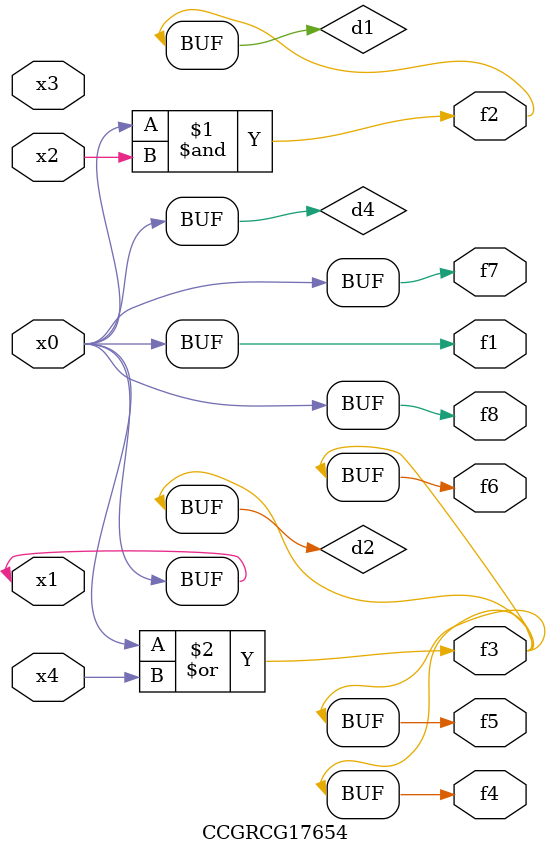
<source format=v>
module CCGRCG17654(
	input x0, x1, x2, x3, x4,
	output f1, f2, f3, f4, f5, f6, f7, f8
);

	wire d1, d2, d3, d4;

	and (d1, x0, x2);
	or (d2, x0, x4);
	nand (d3, x0, x2);
	buf (d4, x0, x1);
	assign f1 = d4;
	assign f2 = d1;
	assign f3 = d2;
	assign f4 = d2;
	assign f5 = d2;
	assign f6 = d2;
	assign f7 = d4;
	assign f8 = d4;
endmodule

</source>
